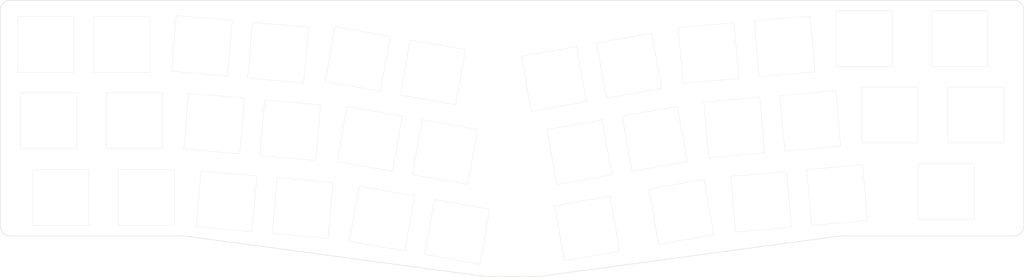
<source format=kicad_pcb>
(kicad_pcb (version 20221018) (generator pcbnew)
  (layers (0 "F.Cu" signal) (31 "B.Cu" signal) (34 "B.Paste" user) (35 "F.Paste" user) (36 "B.SilkS" user "B.Silkscreen") (37 "F.SilkS" user "F.Silkscreen") (38 "B.Mask" user) (39 "F.Mask" user) (44 "Edge.Cuts" user))
  (net 0 "")
  (footprint "custom-parts:MX_1U_Plate" (layer "F.Cu") (at 178.806405 48.48031 10)
    (fp_text reference "SW8" hide)
    (fp_text value "SW_Push_45deg" hide)
    (fp_rect (start -9.55 -1.9) (end 4.45 12.05) (stroke (width 0.05)) (fill none) (layer "Edge.Cuts"))
  )
  (footprint "custom-parts:MX_1U_Plate" (layer "F.Cu") (at 224.480849 62.407392 5)
    (fp_text reference "SW22" hide)
    (fp_text value "SW_Push_45deg" hide)
    (fp_rect (start -9.55 -1.9) (end 4.45 12.05) (stroke (width 0.05)) (fill none) (layer "Edge.Cuts"))
  )
  (footprint "custom-parts:MX_1U_Plate" (layer "F.Cu") (at 76.650102 63.536433 -5)
    (fp_text reference "SW15" hide)
    (fp_text value "SW_Push_45deg" hide)
    (fp_rect (start -9.55 -1.9) (end 4.45 12.05) (stroke (width 0.05)) (fill none) (layer "Edge.Cuts"))
  )
  (footprint "custom-parts:MX_1U_Plate" (layer "F.Cu") (at 92.582566 45.842489 -5)
    (fp_text reference "SW4" hide)
    (fp_text value "SW_Push_45deg" hide)
    (fp_rect (start -9.55 -1.9) (end 4.45 12.05) (stroke (width 0.05)) (fill none) (layer "Edge.Cuts"))
  )
  (footprint "custom-parts:MX_1U_Plate" (layer "F.Cu") (at 73.566042 44.143845 -5)
    (fp_text reference "SW3" hide)
    (fp_text value "SW_Push_45deg" hide)
    (fp_rect (start -9.55 -1.9) (end 4.45 12.05) (stroke (width 0.05)) (fill none) (layer "Edge.Cuts"))
  )
  (footprint "custom-parts:MX_1U_Plate" (layer "F.Cu") (at 59.305814 81.730505)
    (fp_text reference "SW26" hide)
    (fp_text value "SW_Push_45deg" hide)
    (fp_rect (start -9.55 -1.9) (end 4.45 12.05) (stroke (width 0.05)) (fill none) (layer "Edge.Cuts"))
  )
  (footprint "custom-parts:MX_1U_Plate" (layer "F.Cu") (at 191.848552 84.984427 10)
    (fp_text reference "SW32" hide)
    (fp_text value "SW_Push_45deg" hide)
    (fp_rect (start -9.55 -1.9) (end 4.45 12.05) (stroke (width 0.05)) (fill none) (layer "Edge.Cuts"))
  )
  (footprint "custom-parts:MX_1U_Plate" (layer "F.Cu") (at 231.170177 80.935497 5)
    (fp_text reference "SW34" hide)
    (fp_text value "SW_Push_45deg" hide)
    (fp_rect (start -9.55 -1.9) (end 4.45 12.05) (stroke (width 0.05)) (fill none) (layer "Edge.Cuts"))
  )
  (footprint "custom-parts:MX_1U_Plate" (layer "F.Cu") (at 137.681244 90.833227 -10)
    (fp_text reference "SW30" hide)
    (fp_text value "SW_Push_45deg" hide)
    (fp_rect (start -9.55 -1.9) (end 4.45 12.05) (stroke (width 0.05)) (fill none) (layer "Edge.Cuts"))
  )
  (footprint "custom-parts:MX_1U_Plate" (layer "F.Cu") (at 262.1915 42.1005)
    (fp_text reference "SW12" hide)
    (fp_text value "SW_Push_45deg" hide)
    (fp_rect (start -9.55 -1.9) (end 4.45 12.05) (stroke (width 0.05)) (fill none) (layer "Edge.Cuts"))
  )
  (footprint "custom-parts:MX_1U_Plate" (layer "F.Cu") (at 166.431957 70.062747 10)
    (fp_text reference "SW19" hide)
    (fp_text value "SW_Push_45deg" hide)
    (fp_rect (start -9.55 -1.9) (end 4.45 12.05) (stroke (width 0.05)) (fill none) (layer "Edge.Cuts"))
  )
  (footprint "custom-parts:MX_1U_Plate" (layer "F.Cu") (at 37.874564 81.730505)
    (fp_text reference "SW25" hide)
    (fp_text value "SW_Push_45deg" hide)
    (fp_rect (start -9.55 -1.9) (end 4.45 12.05) (stroke (width 0.05)) (fill none) (layer "Edge.Cuts"))
  )
  (footprint "custom-parts:MX_1U_Plate" (layer "F.Cu") (at 34.8615 62.611)
    (fp_text reference "SW13" hide)
    (fp_text value "SW_Push_45deg" hide)
    (fp_rect (start -9.55 -1.9) (end 4.45 12.05) (stroke (width 0.05)) (fill none) (layer "Edge.Cuts"))
  )
  (footprint "custom-parts:MX_1U_Plate" (layer "F.Cu") (at 218.076156 43.844963 5)
    (fp_text reference "SW10" hide)
    (fp_text value "SW_Push_45deg" hide)
    (fp_rect (start -9.55 -1.9) (end 4.45 12.05) (stroke (width 0.05)) (fill none) (layer "Edge.Cuts"))
  )
  (footprint "custom-parts:MX_1U_Plate" (layer "F.Cu") (at 266.2555 61.1505)
    (fp_text reference "SW24" hide)
    (fp_text value "SW_Push_45deg" hide)
    (fp_rect (start -9.55 -1.9) (end 4.45 12.05) (stroke (width 0.05)) (fill none) (layer "Edge.Cuts"))
  )
  (footprint "custom-parts:MX_1U_Plate" (layer "F.Cu") (at 238.360089 42.106505)
    (fp_text reference "SW11" hide)
    (fp_text value "SW_Push_45deg" hide)
    (fp_rect (start -9.55 -1.9) (end 4.45 12.05) (stroke (width 0.05)) (fill none) (layer "Edge.Cuts"))
  )
  (footprint "custom-parts:MX_1U_Plate" (layer "F.Cu") (at 34.163 43.561)
    (fp_text reference "SW1" hide)
    (fp_text value "SW_Push_45deg" hide)
    (fp_rect (start -9.55 -1.9) (end 4.45 12.05) (stroke (width 0.05)) (fill none) (layer "Edge.Cuts"))
  )
  (footprint "custom-parts:MX_1U_Plate" (layer "F.Cu") (at 115.873097 67.625761 -10)
    (fp_text reference "SW17" hide)
    (fp_text value "SW_Push_45deg" hide)
    (fp_rect (start -9.55 -1.9) (end 4.45 12.05) (stroke (width 0.05)) (fill none) (layer "Edge.Cuts"))
  )
  (footprint "custom-parts:MX_1U_Plate" (layer "F.Cu") (at 53.213 43.561)
    (fp_text reference "SW2" hide)
    (fp_text value "SW_Push_45deg" hide)
    (fp_rect (start -9.55 -1.9) (end 4.45 12.05) (stroke (width 0.05)) (fill none) (layer "Edge.Cuts"))
  )
  (footprint "custom-parts:MX_1U_Plate" (layer "F.Cu") (at 168.351339 89.096505 10)
    (fp_text reference "SW31" hide)
    (fp_text value "SW_Push_45deg" hide)
    (fp_rect (start -9.55 -1.9) (end 4.45 12.05) (stroke (width 0.05)) (fill none) (layer "Edge.Cuts"))
  )
  (footprint "custom-parts:MX_1U_Plate" (layer "F.Cu") (at 185.192545 66.754748 10)
    (fp_text reference "SW20" hide)
    (fp_text value "SW_Push_45deg" hide)
    (fp_rect (start -9.55 -1.9) (end 4.45 12.05) (stroke (width 0.05)) (fill none) (layer "Edge.Cuts"))
  )
  (footprint "custom-parts:MX_1U_Plate" (layer "F.Cu") (at 131.627134 51.023054 -10)
    (fp_text reference "SW6" hide)
    (fp_text value "SW_Push_45deg" hide)
    (fp_rect (start -9.55 -1.9) (end 4.45 12.05) (stroke (width 0.05)) (fill none) (layer "Edge.Cuts"))
  )
  (footprint "custom-parts:MX_1U_Plate" (layer "F.Cu") (at 112.866547 47.715056 -10)
    (fp_text reference "SW5" hide)
    (fp_text value "SW_Push_45deg" hide)
    (fp_rect (start -9.55 -1.9) (end 4.45 12.05) (stroke (width 0.05)) (fill none) (layer "Edge.Cuts"))
  )
  (footprint "custom-parts:MX_1U_Plate" (layer "F.Cu") (at 212.192669 82.595813 5)
    (fp_text reference "SW33" hide)
    (fp_text value "SW_Push_45deg" hide)
    (fp_rect (start -9.55 -1.9) (end 4.45 12.05) (stroke (width 0.05)) (fill none) (layer "Edge.Cuts"))
  )
  (footprint "custom-parts:MX_1U_Plate" (layer "F.Cu") (at 134.633685 70.933759 -10)
    (fp_text reference "SW18" hide)
    (fp_text value "SW_Push_45deg" hide)
    (fp_rect (start -9.55 -1.9) (end 4.45 12.05) (stroke (width 0.05)) (fill none) (layer "Edge.Cuts"))
  )
  (footprint "custom-parts:MX_1U_Plate" (layer "F.Cu") (at 258.826 80.206505)
    (fp_text reference "SW35" hide)
    (fp_text value "SW_Push_45deg" hide)
    (fp_rect (start -9.55 -1.9) (end 4.45 12.05) (stroke (width 0.05)) (fill none) (layer "Edge.Cuts"))
  )
  (footprint "custom-parts:MX_1U_Plate" (layer "F.Cu") (at 244.7925 61.1505)
    (fp_text reference "SW23" hide)
    (fp_text value "SW_Push_45deg" hide)
    (fp_rect (start -9.55 -1.9) (end 4.45 12.05) (stroke (width 0.05)) (fill none) (layer "Edge.Cuts"))
  )
  (footprint "custom-parts:MX_1U_Plate" (layer "F.Cu") (at 79.734164 82.929021 -5)
    (fp_text reference "SW27" hide)
    (fp_text value "SW_Push_45deg" hide)
    (fp_rect (start -9.55 -1.9) (end 4.45 12.05) (stroke (width 0.05)) (fill none) (layer "Edge.Cuts"))
  )
  (footprint "custom-parts:MX_1U_Plate" (layer "F.Cu") (at 56.29275 62.611)
    (fp_text reference "SW14" hide)
    (fp_text value "SW_Push_45deg" hide)
    (fp_rect (start -9.55 -1.9) (end 4.45 12.05) (stroke (width 0.05)) (fill none) (layer "Edge.Cuts"))
  )
  (footprint "custom-parts:MX_1U_Plate" (layer "F.Cu") (at 118.920656 87.52523 -10)
    (fp_text reference "SW29" hide)
    (fp_text value "SW_Push_45deg" hide)
    (fp_rect (start -9.55 -1.9) (end 4.45 12.05) (stroke (width 0.05)) (fill none) (layer "Edge.Cuts"))
  )
  (footprint "custom-parts:MX_1U_Plate" (layer "F.Cu") (at 199.098646 45.505278 5)
    (fp_text reference "SW9" hide)
    (fp_text value "SW_Push_45deg" hide)
    (fp_rect (start -9.55 -1.9) (end 4.45 12.05) (stroke (width 0.05)) (fill none) (layer "Edge.Cuts"))
  )
  (footprint "custom-parts:MX_1U_Plate" (layer "F.Cu") (at 205.503341 64.067709 5)
    (fp_text reference "SW21" hide)
    (fp_text value "SW_Push_45deg" hide)
    (fp_rect (start -9.55 -1.9) (end 4.45 12.05) (stroke (width 0.05)) (fill none) (layer "Edge.Cuts"))
  )
  (footprint "custom-parts:MX_1U_Plate" (layer "F.Cu") (at 95.627612 65.19675 -5)
    (fp_text reference "SW16" hide)
    (fp_text value "SW_Push_45deg" hide)
    (fp_rect (start -9.55 -1.9) (end 4.45 12.05) (stroke (width 0.05)) (fill none) (layer "Edge.Cuts"))
  )
  (footprint "custom-parts:MX_1U_Plate" (layer "F.Cu") (at 160.045818 51.788308 10)
    (fp_text reference "SW7" hide)
    (fp_text value "SW_Push_45deg" hide)
    (fp_rect (start -9.55 -1.9) (end 4.45 12.05) (stroke (width 0.05)) (fill none) (layer "Edge.Cuts"))
  )
  (footprint "custom-parts:MX_1U_Plate" (layer "F.Cu") (at 98.711672 84.589338 -5)
    (fp_text reference "SW28" hide)
    (fp_text value "SW_Push_45deg" hide)
    (fp_rect (start -9.55 -1.9) (end 4.45 12.05) (stroke (width 0.05)) (fill none) (layer "Edge.Cuts"))
  )
  (gr_arc (start 22.78 96.393) (mid 21.012233 95.660767) (end 20.28 93.893) (stroke (width 0.1)) (layer "Edge.Cuts"))
  (gr_line (start 229.8935 96.393) (end 273.177 96.393) (stroke (width 0.1)) (layer "Edge.Cuts"))
  (gr_line (start 147.9785 106.553) (end 154.3285 106.553) (stroke (width 0.1)) (layer "Edge.Cuts"))
  (gr_line (start 154.3285 106.553) (end 229.8935 96.393) (stroke (width 0.1)) (layer "Edge.Cuts"))
  (gr_arc (start 20.28 40.092) (mid 21.012233 38.324233) (end 22.78 37.592) (stroke (width 0.1)) (layer "Edge.Cuts"))
  (gr_line (start 66.0635 96.393) (end 141.6285 106.553) (stroke (width 0.1)) (layer "Edge.Cuts"))
  (gr_line (start 275.677 40.092) (end 275.677 93.893) (stroke (width 0.1)) (layer "Edge.Cuts"))
  (gr_line (start 22.78 96.393) (end 66.0635 96.393) (stroke (width 0.1)) (layer "Edge.Cuts"))
  (gr_line (start 20.28 93.893) (end 20.28 40.092) (stroke (width 0.1)) (layer "Edge.Cuts"))
  (gr_arc (start 275.677 93.893) (mid 274.944767 95.660767) (end 273.177 96.393) (stroke (width 0.1)) (layer "Edge.Cuts"))
  (gr_arc (start 273.177 37.592) (mid 274.944767 38.324233) (end 275.677 40.092) (stroke (width 0.1)) (layer "Edge.Cuts"))
  (gr_line (start 22.78 37.592) (end 273.177 37.592) (stroke (width 0.1)) (layer "Edge.Cuts"))
  (gr_line (start 141.6285 106.553) (end 147.9785 106.553) (stroke (width 0.1)) (layer "Edge.Cuts"))
)
</source>
